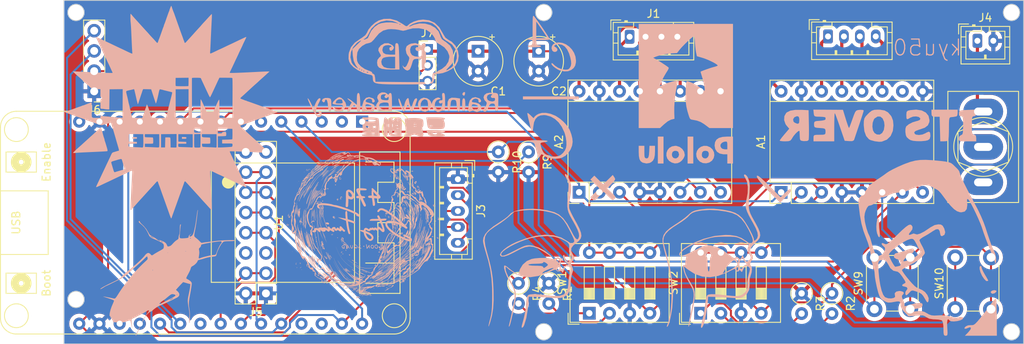
<source format=kicad_pcb>
(kicad_pcb (version 20221018) (generator pcbnew)
  (layers (0 "F.Cu" signal) (31 "B.Cu" signal) (34 "B.Paste" user) (35 "F.Paste" user) (36 "B.SilkS" user "B.Silkscreen") (37 "F.SilkS" user "F.Silkscreen") (38 "B.Mask" user) (39 "F.Mask" user) (44 "Edge.Cuts" user))
  (net 0 "")
  (net 1 "Net-(A1-~{ENABLE})")
  (net 2 "Net-(A1-M0)")
  (net 3 "Net-(A1-M1)")
  (net 4 "GND")
  (net 5 "Net-(A1-DIR)")
  (net 6 "Net-(A1-B1)")
  (net 7 "Net-(A1-B2)")
  (net 8 "Net-(A1-A1)")
  (net 9 "Net-(A1-A2)")
  (net 10 "Net-(A2-DIR)")
  (net 11 "Net-(A2-B1)")
  (net 12 "Net-(A2-B2)")
  (net 13 "Net-(A2-A2)")
  (net 14 "Net-(A1-VMOT)")
  (net 15 "Net-(A2-A1)")
  (net 17 "Net-(J5-Pin_13)")
  (net 19 "Net-(J5-Pin_11)")
  (net 20 "Net-(J5-Pin_10)")
  (net 21 "Net-(A1-~{SLEEP})")
  (net 22 "Net-(J3-Pin_3)")
  (net 23 "Net-(J3-Pin_4)")
  (net 24 "Net-(R3-Pad2)")
  (net 25 "Net-(R4-Pad2)")
  (net 26 "Net-(U1-IO35)")
  (net 27 "Net-(U1-IO34)")
  (net 33 "Net-(A2-STEP)")
  (net 36 "Net-(A1-STEP)")
  (net 40 "Net-(J3-Pin_5)")
  (net 44 "Net-(R1-Pad2)")
  (net 45 "Net-(R2-Pad2)")
  (net 47 "Net-(J5-Pin_7)")
  (net 49 "Net-(J4-Pin_1)")
  (footprint "Connector_JST:JST_PH_B4B-PH-K_1x04_P2.00mm_Vertical" (layer "F.Cu") (at 172.72 55.372)
    (fp_text reference "J1" (at 3 -2.9) (layer "F.SilkS"))
    (fp_text value "STEPPER_L")
    (pad "1" thru_hole roundrect (at 0 0) (size 1.2 1.75) (drill 0.75) (layers "*.Cu" "*.Mask") (roundrect_rratio 0.2083333333) (net 11 "Net-(A2-B1)"))
    (pad "2" thru_hole oval (at 2 0) (size 1.2 1.75) (drill 0.75) (layers "*.Cu" "*.Mask") (net 12 "Net-(A2-B2)"))
    (pad "3" thru_hole oval (at 4 0) (size 1.2 1.75) (drill 0.75) (layers "*.Cu" "*.Mask") (net 13 "Net-(A2-A2)"))
    (pad "4" thru_hole oval (at 6 0) (size 1.2 1.75) (drill 0.75) (layers "*.Cu" "*.Mask") (net 15 "Net-(A2-A1)"))
  )
  (footprint "Capacitor_THT:CP_Radial_Tantal_D6.0mm_P2.50mm" (layer "F.Cu") (at 153.67 57.19 -90)
    (fp_text reference "C1" (at 5.04 -2.54) (layer "F.SilkS"))
    (fp_text value "100uF")
    (pad "1" thru_hole rect (at 0 0 270) (size 1.6 1.6) (drill 0.8) (layers "*.Cu" "*.Mask") (net 14 "Net-(A1-VMOT)"))
    (pad "2" thru_hole circle (at 2.5 0 270) (size 1.6 1.6) (drill 0.8) (layers "*.Cu" "*.Mask") (net 4 "GND"))
  )
  (footprint "Module:Pololu_Breakout-16_15.2x20.3mm" (layer "F.Cu") (at 166.37 74.92 90)
    (fp_text reference "A2" (at 6.35 -2.54 90) (layer "F.SilkS"))
    (fp_text value "Pololu_Breakout_DRV8434")
    (pad "1" thru_hole rect (at 0 0 90) (size 1.6 1.6) (drill 0.8) (layers "*.Cu" "*.Mask") (net 1 "Net-(A1-~{ENABLE})"))
    (pad "2" thru_hole oval (at 0 2.54 90) (size 1.6 1.6) (drill 0.8) (layers "*.Cu" "*.Mask") (net 2 "Net-(A1-M0)"))
    (pad "3" thru_hole oval (at 0 5.08 90) (size 1.6 1.6) (drill 0.8) (layers "*.Cu" "*.Mask") (net 3 "Net-(A1-M1)"))
    (pad "4" thru_hole oval (at 0 7.62 90) (size 1.6 1.6) (drill 0.8) (layers "*.Cu" "*.Mask") (net 4 "GND"))
    (pad "5" thru_hole oval (at 0 10.16 90) (size 1.6 1.6) (drill 0.8) (layers "*.Cu" "*.Mask") (net 4 "GND"))
    (pad "6" thru_hole oval (at 0 12.7 90) (size 1.6 1.6) (drill 0.8) (layers "*.Cu" "*.Mask") (net 21 "Net-(A1-~{SLEEP})"))
    (pad "7" thru_hole oval (at 0 15.24 90) (size 1.6 1.6) (drill 0.8) (layers "*.Cu" "*.Mask") (net 33 "Net-(A2-STEP)"))
    (pad "8" thru_hole oval (at 0 17.78 90) (size 1.6 1.6) (drill 0.8) (layers "*.Cu" "*.Mask") (net 10 "Net-(A2-DIR)"))
    (pad "9" thru_hole oval (at 12.7 17.78 90) (size 1.6 1.6) (drill 0.8) (layers "*.Cu" "*.Mask") (net 4 "GND"))
    (pad "10" thru_hole oval (at 12.7 15.24 90) (size 1.6 1.6) (drill 0.8) (layers "*.Cu" "*.Mask"))
    (pad "11" thru_hole oval (at 12.7 12.7 90) (size 1.6 1.6) (drill 0.8) (layers "*.Cu" "*.Mask") (net 15 "Net-(A2-A1)"))
    (pad "12" thru_hole oval (at 12.7 10.16 90) (size 1.6 1.6) (drill 0.8) (layers "*.Cu" "*.Mask") (net 13 "Net-(A2-A2)"))
    (pad "13" thru_hole oval (at 12.7 7.62 90) (size 1.6 1.6) (drill 0.8) (layers "*.Cu" "*.Mask") (net 12 "Net-(A2-B2)"))
    (pad "14" thru_hole oval (at 12.7 5.08 90) (size 1.6 1.6) (drill 0.8) (layers "*.Cu" "*.Mask") (net 11 "Net-(A2-B1)"))
    (pad "15" thru_hole oval (at 12.7 2.54 90) (size 1.6 1.6) (drill 0.8) (layers "*.Cu" "*.Mask") (net 4 "GND"))
    (pad "16" thru_hole oval (at 12.7 0 90) (size 1.6 1.6) (drill 0.8) (layers "*.Cu" "*.Mask") (net 14 "Net-(A1-VMOT)"))
  )
  (footprint "Resistor_THT:R_Axial_DIN0207_L6.3mm_D2.5mm_P2.54mm_Vertical" (layer "F.Cu") (at 198.1525 87.63 -90)
    (fp_text reference "R2" (at 1.27 -2.37 90) (layer "F.SilkS"))
    (fp_text value "330k")
    (pad "1" thru_hole circle (at 0 0 270) (size 1.6 1.6) (drill 0.8) (layers "*.Cu" "*.Mask") (net 21 "Net-(A1-~{SLEEP})"))
    (pad "2" thru_hole oval (at 2.54 0 270) (size 1.6 1.6) (drill 0.8) (layers "*.Cu" "*.Mask") (net 45 "Net-(R2-Pad2)"))
  )
  (footprint "Resistor_THT:R_Axial_DIN0207_L6.3mm_D2.5mm_P2.54mm_Vertical" (layer "F.Cu") (at 158.75 86.36 -90)
    (fp_text reference "R4" (at 1.27 -2.37 90) (layer "F.SilkS"))
    (fp_text value "330k")
    (pad "1" thru_hole circle (at 0 0 270) (size 1.6 1.6) (drill 0.8) (layers "*.Cu" "*.Mask") (net 21 "Net-(A1-~{SLEEP})"))
    (pad "2" thru_hole oval (at 2.54 0 270) (size 1.6 1.6) (drill 0.8) (layers "*.Cu" "*.Mask") (net 25 "Net-(R4-Pad2)"))
  )
  (footprint "Button_Switch_THT:SW_PUSH_6mm_H5mm" (layer "F.Cu") (at 213.65 89.61 90)
    (fp_text reference "SW10" (at 3.25 -2 90) (layer "F.SilkS"))
    (fp_text value "SW_Push")
    (pad "1" thru_hole circle (at 0 0 180) (size 2 2) (drill 1.1) (layers "*.Cu" "*.Mask") (net 26 "Net-(U1-IO35)"))
    (pad "1" thru_hole circle (at 6.5 0 180) (size 2 2) (drill 1.1) (layers "*.Cu" "*.Mask") (net 26 "Net-(U1-IO35)"))
    (pad "2" thru_hole circle (at 0 4.5 180) (size 2 2) (drill 1.1) (layers "*.Cu" "*.Mask") (net 21 "Net-(A1-~{SLEEP})"))
    (pad "2" thru_hole circle (at 6.5 4.5 180) (size 2 2) (drill 1.1) (layers "*.Cu" "*.Mask") (net 21 "Net-(A1-~{SLEEP})"))
  )
  (footprint "Button_Switch_THT:SW_DIP_SPSTx04_Slide_9.78x12.34mm_W7.62mm_P2.54mm" (layer "F.Cu") (at 181.6525 90.1275 90)
    (fp_text reference "SW2" (at 3.81 -3.42 90) (layer "F.SilkS"))
    (fp_text value "MOTOR_L_1")
    (pad "1" thru_hole rect (at 0 0 90) (size 1.6 1.6) (drill 0.8) (layers "*.Cu" "*.Mask") (net 24 "Net-(R3-Pad2)"))
    (pad "2" thru_hole oval (at 0 2.54 90) (size 1.6 1.6) (drill 0.8) (layers "*.Cu" "*.Mask") (net 45 "Net-(R2-Pad2)"))
    (pad "3" thru_hole oval (at 0 5.08 90) (size 1.6 1.6) (drill 0.8) (layers "*.Cu" "*.Mask") (net 4 "GND"))
    (pad "4" thru_hole oval (at 0 7.62 90) (size 1.6 1.6) (drill 0.8) (layers "*.Cu" "*.Mask") (net 21 "Net-(A1-~{SLEEP})"))
    (pad "5" thru_hole oval (at 7.62 7.62 90) (size 1.6 1.6) (drill 0.8) (layers "*.Cu" "*.Mask") (net 3 "Net-(A1-M1)"))
    (pad "6" thru_hole oval (at 7.62 5.08 90) (size 1.6 1.6) (drill 0.8) (layers "*.Cu" "*.Mask") (net 3 "Net-(A1-M1)"))
    (pad "7" thru_hole oval (at 7.62 2.54 90) (size 1.6 1.6) (drill 0.8) (layers "*.Cu" "*.Mask") (net 3 "Net-(A1-M1)"))
    (pad "8" thru_hole oval (at 7.62 0 90) (size 1.6 1.6) (drill 0.8) (layers "*.Cu" "*.Mask") (net 3 "Net-(A1-M1)"))
  )
  (footprint "Button_Switch_THT:SW_DIP_SPSTx04_Slide_9.78x12.34mm_W7.62mm_P2.54mm" (layer "F.Cu") (at 167.65 90.1275 90)
    (fp_text reference "SW1" (at 3.81 -3.42 90) (layer "F.SilkS"))
    (fp_text value "MOTOR_L_0")
    (pad "1" thru_hole rect (at 0 0 90) (size 1.6 1.6) (drill 0.8) (layers "*.Cu" "*.Mask") (net 44 "Net-(R1-Pad2)"))
    (pad "2" thru_hole oval (at 0 2.54 90) (size 1.6 1.6) (drill 0.8) (layers "*.Cu" "*.Mask") (net 25 "Net-(R4-Pad2)"))
    (pad "3" thru_hole oval (at 0 5.08 90) (size 1.6 1.6) (drill 0.8) (layers "*.Cu" "*.Mask") (net 4 "GND"))
    (pad "4" thru_hole oval (at 0 7.62 90) (size 1.6 1.6) (drill 0.8) (layers "*.Cu" "*.Mask") (net 21 "Net-(A1-~{SLEEP})"))
    (pad "5" thru_hole oval (at 7.62 7.62 90) (size 1.6 1.6) (drill 0.8) (layers "*.Cu" "*.Mask") (net 2 "Net-(A1-M0)"))
    (pad "6" thru_hole oval (at 7.62 5.08 90) (size 1.6 1.6) (drill 0.8) (layers "*.Cu" "*.Mask") (net 2 "Net-(A1-M0)"))
    (pad "7" thru_hole oval (at 7.62 2.54 90) (size 1.6 1.6) (drill 0.8) (layers "*.Cu" "*.Mask") (net 2 "Net-(A1-M0)"))
    (pad "8" thru_hole oval (at 7.62 0 90) (size 1.6 1.6) (drill 0.8) (layers "*.Cu" "*.Mask") (net 2 "Net-(A1-M0)"))
  )
  (footprint "Connector_JST:JST_PH_B5B-PH-K_1x05_P2.00mm_Vertical" (layer "F.Cu") (at 151.13 73.28 -90)
    (fp_text reference "J3" (at 4 -2.9 90) (layer "F.SilkS"))
    (fp_text value "BMI160 Module")
    (pad "1" thru_hole roundrect (at 0 0 270) (size 1.2 1.75) (drill 0.75) (layers "*.Cu" "*.Mask") (roundrect_rratio 0.2083333333) (net 4 "GND"))
    (pad "2" thru_hole oval (at 2 0 270) (size 1.2 1.75) (drill 0.75) (layers "*.Cu" "*.Mask") (net 21 "Net-(A1-~{SLEEP})"))
    (pad "3" thru_hole oval (at 4 0 270) (size 1.2 1.75) (drill 0.75) (layers "*.Cu" "*.Mask") (net 22 "Net-(J3-Pin_3)"))
    (pad "4" thru_hole oval (at 6 0 270) (size 1.2 1.75) (drill 0.75) (layers "*.Cu" "*.Mask") (net 23 "Net-(J3-Pin_4)"))
    (pad "5" thru_hole oval (at 8 0 270) (size 1.2 1.75) (drill 0.75) (layers "*.Cu" "*.Mask") (net 40 "Net-(J3-Pin_5)"))
  )
  (footprint "Button_Switch_THT:SW_PUSH_6mm_H5mm" (layer "F.Cu") (at 203.49 89.61 90)
    (fp_text reference "SW9" (at 3.25 -2 90) (layer "F.SilkS"))
    (fp_text value "SW_Push")
    (pad "1" thru_hole circle (at 0 0 180) (size 2 2) (drill 1.1) (layers "*.Cu" "*.Mask") (net 27 "Net-(U1-IO34)"))
    (pad "1" thru_hole circle (at 6.5 0 180) (size 2 2) (drill 1.1) (layers "*.Cu" "*.Mask") (net 27 "Net-(U1-IO34)"))
    (pad "2" thru_hole circle (at 0 4.5 180) (size 2 2) (drill 1.1) (layers "*.Cu" "*.Mask") (net 21 "Net-(A1-~{SLEEP})"))
    (pad "2" thru_hole circle (at 6.5 4.5 180) (size 2 2) (drill 1.1) (layers "*.Cu" "*.Mask") (net 21 "Net-(A1-~{SLEEP})"))
  )
  (footprint "boards:esp32_devkit_v1_doit" (layer "F.Cu") (at 139.09 78.74 -90)
    (fp_text reference "U1" (at 0 10.47 90) (layer "F.SilkS"))
    (fp_text value "ESP32_DevKit_V1_DOIT")
    (fp_text user "Boot" (at 7.62 39.68 90) (layer "F.SilkS"))
    (fp_text user "USB" (at 0 43.49 90) (layer "F.SilkS"))
    (fp_text user "Enable" (at -7.62 39.68 90) (layer "F.SilkS"))
    (pad "1" thru_hole rect (at -12.7 0 270) (size 1.524 1.524) (drill 0.762) (layers "*.Cu" "*.Mask"))
    (pad "2" thru_hole circle (at -12.7 2.54 270) (size 1.524 1.524) (drill 0.762) (layers "*.Cu" "*.Mask"))
    (pad "3" thru_hole circle (at -12.7 5.08 270) (size 1.524 1.524) (drill 0.762) (layers "*.Cu" "*.Mask"))
    (pad "4" thru_hole circle (at -12.7 7.62 270) (size 1.524 1.524) (drill 0.762) (layers "*.Cu" "*.Mask") (net 27 "Net-(U1-IO34)"))
    (pad "5" thru_hole circle (at -12.7 10.16 270) (size 1.524 1.524) (drill 0.762) (layers "*.Cu" "*.Mask") (net 26 "Net-(U1-IO35)"))
    (pad "6" thru_hole circle (at -12.7 12.7 270) (size 1.524 1.524) (drill 0.762) (layers "*.Cu" "*.Mask"))
    (pad "7" thru_hole circle (at -12.7 15.24 270) (size 1.524 1.524) (drill 0.762) (layers "*.Cu" "*.Mask"))
    (pad "8" thru_hole circle (at -12.7 17.78 270) (size 1.524 1.524) (drill 0.762) (layers "*.Cu" "*.Mask") (net 10 "Net-(A2-DIR)"))
    (pad "9" thru_hole circle (at -12.7 20.32 270) (size 1.524 1.524) (drill 0.762) (layers "*.Cu" "*.Mask") (net 33 "Net-(A2-STEP)"))
    (pad "10" thru_hole circle (at -12.7 22.86 270) (size 1.524 1.524) (drill 0.762) (layers "*.Cu" "*.Mask") (net 5 "Net-(A1-DIR)"))
    (pad "11" thru_hole circle (at -12.7 25.4 270) (size 1.524 1.524) (drill 0.762) (layers "*.Cu" "*.Mask"))
    (pad "12" thru_hole circle (at -12.7 27.94 270) (size 1.524 1.524) (drill 0.762) (layers "*.Cu" "*.Mask"))
    (pad "13" thru_hole circle (at -12.7 30.48 270) (size 1.524 1.524) (drill 0.762) (layers "*.Cu" "*.Mask") (net 36 "Net-(A1-STEP)"))
    (pad "14" thru_hole circle (at -12.7 33.02 270) (size 1.524 1.524) (drill 0.762) (layers "*.Cu" "*.Mask") (net 4 "GND"))
    (pad "15" thru_hole circle (at -12.7 35.56 270) (size 1.524 1.524) (drill 0.762) (layers "*.Cu" "*.Mask"))
    (pad "16" thru_hole circle (at 12.7 35.56 270) (size 1.524 1.524) (drill 0.762) (layers "*.Cu" "*.Mask") (net 21 "Net-(A1-~{SLEEP})"))
    (pad "17" thru_hole circle (at 12.7 33.02 270) (size 1.524 1.524) (drill 0.762) (layers "*.Cu" "*.Mask") (net 4 "GND"))
    (pad "18" thru_hole circle (at 12.7 30.48 270) (size 1.524 1.524) (drill 0.762) (layers "*.Cu" "*.Mask"))
    (pad "19" thru_hole circle (at 12.7 27.94 270) (size 1.524 1.524) (drill 0.762) (layers "*.Cu" "*.Mask"))
    (pad "20" thru_hole circle (at 12.7 25.4 270) (size 1.524 1.524) (drill 0.762) (layers "*.Cu" "*.Mask") (net 40 "Net-(J3-Pin_5)"))
    (pad "21" thru_hole circle (at 12.7 22.86 270) (size 1.524 1.524) (drill 0.762) (layers "*.Cu" "*.Mask") (net 1 "Net-(A1-~{ENABLE})"))
    (pad "22" thru_hole circle (at 12.7 20.32 270) (size 1.524 1.524) (drill 0.762) (layers "*.Cu" "*.Mask"))
    (pad "23" thru_hole circle (at 12.7 17.78 270) (size 1.524 1.524) (drill 0.762) (layers "*.Cu" "*.Mask") (net 47 "Net-(J5-Pin_7)"))
    (pad "24" thru_hole circle (at 12.7 15.24 270) (size 1.524 1.524) (drill 0.762) (layers "*.Cu" "*.Mask") (net 19 "Net-(J5-Pin_11)"))
    (pad "25" thru_hole circle (at 12.7 12.7 270) (size 1.524 1.524) (drill 0.762) (layers "*.Cu" "*.Mask") (net 17 "Net-(J5-Pin_13)"))
    (pad "26" thru_hole circle (at 12.7 10.16 270) (size 1.524 1.524) (drill 0.762) (layers "*.Cu" "*.Mask") (net 22 "Net-(J3-Pin_3)"))
    (pad "27" thru_hole circle (at 12.7 7.62 270) (size 1.524 1.524) (drill 0.762) (layers "*.Cu" "*.Mask"))
    (pad "28" thru_hole circle (at 12.7 5.08 270) (size 1.524 1.524) (drill 0.762) (layers "*.Cu" "*.Mask"))
    (pad "29" thru_hole circle (at 12.7 2.54 270) (size 1.524 1.524) (drill 0.762) (layers "*.Cu" "*.Mask") (net 23 "Net-(J3-Pin_4)"))
    (pad "30" thru_hole circle (at 12.7 0 270) (size 1.524 1.524) (drill 0.762) (layers "*.Cu" "*.Mask") (net 20 "Net-(J5-Pin_10)"))
  )
  (footprint "Connector_JST:JST_PH_B4B-PH-K_1x04_P2.00mm_Vertical" (layer "F.Cu") (at 197.66 55.33)
    (fp_text reference "J2" hide)
    (fp_text value "STEPPER_R")
    (pad "1" thru_hole roundrect (at 0 0) (size 1.2 1.75) (drill 0.75) (layers "*.Cu" "*.Mask") (roundrect_rratio 0.2083333333) (net 6 "Net-(A1-B1)"))
    (pad "2" thru_hole oval (at 2 0) (size 1.2 1.75) (drill 0.75) (layers "*.Cu" "*.Mask") (net 7 "Net-(A1-B2)"))
    (pad "3" thru_hole oval (at 4 0) (size 1.2 1.75) (drill 0.75) (layers "*.Cu" "*.Mask") (net 9 "Net-(A1-A2)"))
    (pad "4" thru_hole oval (at 6 0) (size 1.2 1.75) (drill 0.75) (layers "*.Cu" "*.Mask") (net 8 "Net-(A1-A1)"))
  )
  (footprint "Capacitor_THT:CP_Radial_Tantal_D6.0mm_P2.50mm" (layer "F.Cu") (at 161.29 57.19 -90)
    (fp_text reference "C2" (at 5.04 -2.54) (layer "F.SilkS"))
    (fp_text value "100uF")
    (pad "1" thru_hole rect (at 0 0 270) (size 1.6 1.6) (drill 0.8) (layers "*.Cu" "*.Mask") (net 14 "Net-(A1-VMOT)"))
    (pad "2" thru_hole circle (at 2.5 0 270) (size 1.6 1.6) (drill 0.8) (layers "*.Cu" "*.Mask") (net 4 "GND"))
  )
  (footprint "Connector_PinHeader_2.00mm:PinHeader_1x03_P2.00mm_Vertical" (layer "F.Cu") (at 147.32 56.96)
    (fp_text reference "J7" (at 0 -2.06) (layer "F.SilkS"))
    (fp_text value "VREG")
    (pad "1" thru_hole rect (at 0 0) (size 1.35 1.35) (drill 0.8) (layers "*.Cu" "*.Mask") (net 14 "Net-(A1-VMOT)"))
    (pad "2" thru_hole oval (at 0 2) (size 1.35 1.35) (drill 0.8) (layers "*.Cu" "*.Mask") (net 21 "Net-(A1-~{SLEEP})"))
    (pad "3" thru_hole oval (at 0 4) (size 1.35 1.35) (drill 0.8) (layers "*.Cu" "*.Mask") (net 4 "GND"))
  )
  (footprint "Connector_PinHeader_2.54mm:PinHeader_1x04_P2.54mm_Vertical" (layer "F.Cu") (at 105.41 62.23 180)
    (fp_text reference "J6" (at 0 -2.33) (layer "F.SilkS"))
    (fp_text value "SDD1306")
    (pad "1" thru_hole rect (at 0 0 180) (size 1.7 1.7) (drill 1) (layers "*.Cu" "*.Mask") (net 4 "GND"))
    (pad "2" thru_hole oval (at 0 2.54 180) (size 1.7 1.7) (drill 1) (layers "*.Cu" "*.Mask") (net 21 "Net-(A1-~{SLEEP})"))
    (pad "3" thru_hole oval (at 0 5.08 180) (size 1.7 1.7) (drill 1) (layers "*.Cu" "*.Mask") (net 22 "Net-(J3-Pin_3)"))
    (pad "4" thru_hole oval (at 0 7.62 180) (size 1.7 1.7) (drill 1) (layers "*.Cu" "*.Mask") (net 23 "Net-(J3-Pin_4)"))
  )
  (footprint "Connector_JST:JST_PH_B2B-PH-K_1x02_P2.00mm_Vertical" (layer "F.Cu") (at 216.44 55.88)
    (fp_text reference "J4" (at 1 -2.9) (layer "F.SilkS"))
    (fp_text value "POWER")
    (pad "1" thru_hole roundrect (at 0 0) (size 1.2 1.75) (drill 0.75) (layers "*.Cu" "*.Mask") (roundrect_rratio 0.2083333333) (net 49 "Net-(J4-Pin_1)"))
    (pad "2" thru_hole oval (at 2 0) (size 1.2 1.75) (drill 0.75) (layers "*.Cu" "*.Mask") (net 4 "GND"))
  )
  (footprint "Connector_PinHeader_2.54mm:PinHeader_2x08_P2.54mm_Vertical" (layer "F.Cu") (at 127 87.63 180)
    (fp_text reference "J5" (at 1.27 -2.33) (layer "F.SilkS"))
    (fp_text value "Conn_02x08_Odd_Even")
    (pad "1" thru_hole rect (at 0 0 180) (size 1.7 1.7) (drill 1) (layers "*.Cu" "*.Mask") (net 4 "GND"))
    (pad "2" thru_hole oval (at 2.54 0 180) (size 1.7 1.7) (drill 1) (layers "*.Cu" "*.Mask") (net 4 "GND"))
    (pad "3" thru_hole oval (at 0 2.54 180) (size 1.7 1.7) (drill 1) (layers "*.Cu" "*.Mask") (net 21 "Net-(A1-~{SLEEP})"))
    (pad "4" thru_hole oval (at 2.54 2.54 180) (size 1.7 1.7) (drill 1) (layers "*.Cu" "*.Mask") (net 21 "Net-(A1-~{SLEEP})"))
    (pad "5" thru_hole oval (at 0 5.08 180) (size 1.7 1.7) (drill 1) (layers "*.Cu" "*.Mask"))
    (pad "6" thru_hole oval (at 2.54 5.08 180) (size 1.7 1.7) (drill 1) (layers "*.Cu" "*.Mask"))
    (pad "7" thru_hole oval (at 0 7.62 180) (size 1.7 1.7) (drill 1) (layers "*.Cu" "*.Mask") (net 47 "Net-(J5-Pin_7)"))
    (pad "8" thru_hole oval (at 2.54 7.62 180) (size 1.7 1.7) (drill 1) (layers "*.Cu" "*.Mask") (net 47 "Net-(J5-Pin_7)"))
    (pad "9" thru_hole oval (at 0 10.16 180) (size 1.7 1.7) (drill 1) (layers "*.Cu" "*.Mask") (net 20 "Net-(J5-Pin_10)"))
    (pad "10" thru_hole oval (at 2.54 10.16 180) (size 1.7 1.7) (drill 1) (layers "*.Cu" "*.Mask") (net 20 "Net-(J5-Pin_10)"))
    (pad "11" thru_hole oval (at 0 12.7 180) (size 1.7 1.7) (drill 1) (layers "*.Cu" "*.Mask") (net 19 "Net-(J5-Pin_11)"))
    (pad "12" thru_hole oval (at 2.54 12.7 180) (size 1.7 1.7) (drill 1) (layers "*.Cu" "*.Mask") (net 19 "Net-(J5-Pin_11)"))
    (pad "13" thru_hole oval (at 0 15.24 180) (size 1.7 1.7) (drill 1) (layers "*.Cu" "*.Mask") (net 17 "Net-(J5-Pin_13)"))
    (pad "14" thru_hole oval (at 2.54 15.24 180) (size 1.7 1.7) (drill 1) (layers "*.Cu" "*.Mask") (net 17 "Net-(J5-Pin_13)"))
    (pad "15" thru_hole oval (at 0 17.78 180) (size 1.7 1.7) (drill 1) (layers "*.Cu" "*.Mask"))
    (pad "16" thru_hole oval (at 2.54 17.78 180) (size 1.7 1.7) (drill 1) (layers "*.Cu" "*.Mask") (net 4 "GND"))
  )
  (footprint "Resistor_THT:R_Axial_DIN0207_L6.3mm_D2.5mm_P2.54mm_Vertical" (layer "F.Cu") (at 162.56 86.36 -90)
    (fp_text reference "R1" (at 1.27 -2.37 90) (layer "F.SilkS"))
    (fp_text value "330k")
    (pad "1" thru_hole circle (at 0 0 270) (size 1.6 1.6) (drill 0.8) (layers "*.Cu" "*.Mask") (net 4 "GND"))
    (pad "2" thru_hole oval (at 2.54 0 270) (size 1.6 1.6) (drill 0.8) (layers "*.Cu" "*.Mask") (net 44 "Net-(R1-Pad2)"))
  )
  (footprint "Resistor_THT:R_Axial_DIN0207_L6.3mm_D2.5mm_P2.54mm_Vertical" (layer "F.Cu") (at 194.3425 87.63 -90)
    (fp_text reference "R3" (at 1.27 -2.37 90) (layer "F.SilkS"))
    (fp_text value "330k")
    (pad "1" thru_hole circle (at 0 0 270) (size 1.6 1.6) (drill 0.8) (layers "*.Cu" "*.Mask") (net 4 "GND"))
    (pad "2" thru_hole oval (at 2.54 0 270) (size 1.6 1.6) (drill 0.8) (layers "*.Cu" "*.Mask") (net 24 "Net-(R3-Pad2)"))
  )
  (footprint "Resistor_THT:R_Axial_DIN0207_L6.3mm_D2.5mm_P2.54mm_Vertical" (layer "F.Cu") (at 160.02 69.85 -90)
    (fp_text reference "R9" (at 1.27 -2.37 90) (layer "F.SilkS"))
    (fp_text value "330k")
    (pad "1" thru_hole circle (at 0 0 270) (size 1.6 1.6) (drill 0.8) (layers "*.Cu" "*.Mask") (net 26 "Net-(U1-IO35)"))
    (pad "2" thru_hole oval (at 2.54 0 270) (size 1.6 1.6) (drill 0.8) (layers "*.Cu" "*.Mask") (net 4 "GND"))
  )
  (footprint "boards:SW_Toggle_Blue_wSlots" (layer "F.Cu") (at 217.17 69.22 90)
    (fp_text reference "SW3" hide)
    (fp_text value "SW_SPDT")
    (pad "1" thru_hole oval (at -4.45 0 90) (size 3.2 5) (drill oval 1 2.3) (layers "*.Cu"))
    (pad "2" thru_hole oval (at 0 0 90) (size 3.2 5) (drill oval 1 2.3) (layers "*.Cu") (net 14 "Net-(A1-VMOT)"))
    (pad "3" thru_hole oval (at 4.45 0 90) (size 3.2 5) (drill oval 1 2.3) (layers "*.Cu") (net 49 "Net-(J4-Pin_1)"))
  )
  (footprint "Module:Pololu_Breakout-16_15.2x20.3mm" (layer "F.Cu") (at 191.77 74.93 90)
    (fp_text reference "A1" (at 6.35 -2.54 90) (layer "F.SilkS"))
    (fp_text value "Pololu_Breakout_DRV8434")
    (pad "1" thru_hole rect (at 0 0 90) (size 1.6 1.6) (drill 0.8) (layers "*.Cu" "*.Mask") (net 1 "Net-(A1-~{ENABLE})"))
    (pad "2" thru_hole oval (at 0 2.54 90) (size 1.6 1.6) (drill 0.8) (layers "*.Cu" "*.Mask") (net 2 "Net-(A1-M0)"))
    (pad "3" thru_hole oval (at 0 5.08 90) (size 1.6 1.6) (drill 0.8) (layers "*.Cu" "*.Mask") (net 3 "Net-(A1-M1)"))
    (pad "4" thru_hole oval (at 0 7.62 90) (size 1.6 1.6) (drill 0.8) (layers "*.Cu" "*.Mask") (net 4 "GND"))
    (pad "5" thru_hole oval (at 0 10.16 90) (size 1.6 1.6) (drill 0.8) (layers "*.Cu" "*.Mask") (net 4 "GND"))
    (pad "6" thru_hole oval (at 0 12.7 90) (size 1.6 1.6) (drill 0.8) (layers "*.Cu" "*.Mask") (net 21 "Net-(A1-~{SLEEP})"))
    (pad "7" thru_hole oval (at 0 15.24 90) (size 1.6 1.6) (drill 0.8) (layers "*.Cu" "*.Mask") (net 36 "Net-(A1-STEP)"))
    (pad "8" thru_hole oval (at 0 17.78 90) (size 1.6 1.6) (drill 0.8) (layers "*.Cu" "*.Mask") (net 5 "Net-(A1-DIR)"))
    (pad "9" thru_hole oval (at 12.7 17.78 90) (size 1.6 1.6) (drill 0.8) (layers "*.Cu" "*.Mask") (net 4 "GND"))
    (pad "10" thru_hole oval (at 12.7 15.24 90) (size 1.6 1.6) (drill 0.8) (layers "*.Cu" "*.Mask"))
    (pad "11" thru_hole oval (at 12.7 12.7 90) (size 1.6 1.6) (drill 0.8) (layers "*.Cu" "*.Mask") (net 8 "Net-(A1-A1)"))
    (pad "12" thru_hole oval (at 12.7 10.16 90) (size 1.6 1.6) (drill 0.8) (layers "*.Cu" "*.Mask") (net 9 "Net-(A1-A2)"))
    (pad "13" thru_hole oval (at 12.7 7.62 90) (size 1.6 1.6) (drill 0.8) (layers "*.Cu" "*.Mask") (net 7 "Net-(A1-B2)"))
    (pad "14" thru_hole oval (at 12.7 5.08 90) (size 1.6 1.6) (drill 0.8) (layers "*.Cu" "*.Mask") (net 6 "Net-(A1-B1)"))
    (pad "15" thru_hole oval (at 12.7 2.54 90) (size 1.6 1.6) (drill 0.8) (layers "*.Cu" "*.Mask") (net 4 "GND"))
    (pad "16" thru_hole oval (at 12.7 0 90) (size 1.6 1.6) (drill 0.8) (layers "*.Cu" "*.Mask") (net 14 "Net-(A1-VMOT)"))
  )
  (footprint "Resistor_THT:R_Axial_DIN0207_L6.3mm_D2.5mm_P2.54mm_Vertical" (layer "F.Cu") (at 156.21 69.85 -90)
    (fp_text reference "R10" (at 1.27 -2.37 90) (layer "F.SilkS"))
    (fp_text value "330k")
    (pad "1" thru_hole circle (at 0 0 270) (size 1.6 1.6) (drill 0.8) (layers "*.Cu" "*.Mask") (net 27 "Net-(U1-IO34)"))
    (pad "2" thru_hole oval (at 2.54 0 270) (size 1.6 1.6) (drill 0.8) (layers "*.Cu" "*.Mask") (net 4 "GND"))
  )
  (footprint "LOGO" (layer "B.Cu") (at 114.554 84.582 180)
    (fp_text reference "G***" (at 0 0) (layer "B.SilkS") (effects (font (size 1.5 1.5) (thickness 0.3)) (justify mirror)))
    (fp_text value "LOGO" hide)
  )
  (footprint "LOGO" (layer "B.Cu") (at 179.832 62.484 180)
    (fp_text reference "" (at 0 0) (layer "B.SilkS") (effects (font (size 1.5 1.5) (thickness 0.3)) (justify mirror)))
    (fp_text value "LOGO" hide)
  )
  (footprint "LOGO" (layer "B.Cu") (at 115.57 64.262 180)
    (fp_text reference "" (at 0 0) (layer "B.SilkS") (effects (font (size 1.5 1.5) (thickness 0.3)) (justify mirror)))
    (fp_text value "LOGO" hide)
  )
  (footprint "LOGO" (layer "B.Cu") (at 139.09 78.74 180)
    (fp_text reference "" (at 0 0) (layer "B.SilkS") (effects (font (size 1.5 1.5) (thickness 0.3)) (justify mirror)))
    (fp_text value "LOGO" hide)
  )
  (footprint "LOGO" (layer "B.Cu") (at 173.736 82.296 180)
    (fp_text reference "" (at 0 0) (layer "B.SilkS") (effects (font (size 1.5 1.5) (thickness 0.3)) (justify mirror)))
    (fp_text value "LOGO" hide)
  )
  (footprint "LOGO" (layer "B.Cu") (at 162.814 61.722 180)
    (fp_text reference "" (at 0 0) (layer "B.SilkS") (effects (font (size 1.5 1.5) (thickness 0.3)) (justify mirror)))
    (fp_text value "LOGO" hide)
  )
  (footprint "LOGO" (layer "B.Cu") (at 143.51 60.96 180)
    (fp_text reference "" (at 0 0) (layer "B.SilkS") (effects (font (size 1.5 1.5) (thickness 0.3)) (justify mirror)))
    (fp_text value "LOGO" hide)
  )
  (footprint "LOGO" (layer "B.Cu") (at 203.935761 77.304154 180)
    (fp_text reference "" (at 0 0) (layer "B.SilkS") (effects (font (size 1.5 1.5) (thickness 0.3)) (justify mirror)))
    (fp_text value "LOGO" hide)
  )
  (gr_rect (start 101.6 50.8) (end 222.25 93.98) (stroke (width 0.1)) (fill none) (layer "Edge.Cuts"))
  (gr_circle (center 220.726 92.456) (end 221.234 93.345) (stroke (width 0.1)) (fill none) (layer "Edge.Cuts"))
  (gr_circle (center 161.925 52.324) (end 162.433 53.213) (stroke (width 0.1)) (fill none) (layer "Edge.Cuts"))
  (gr_circle (center 220.726 52.316094) (end 221.234 53.205094) (stroke (width 0.1)) (fill none) (layer "Edge.Cuts"))
  (gr_circle (center 103.124 88.392) (end 103.632 89.281) (stroke (width 0.1)) (fill none) (layer "Edge.Cuts"))
  (gr_circle (center 161.925 92.456) (end 162.433 93.345) (stroke (width 0.1)) (fill none) (layer "Edge.Cuts"))
  (gr_circle (center 103.124 52.316094) (end 103.632 53.205094) (stroke (width 0.1)) (fill none) (layer "Edge.Cuts"))
  (gr_text "kyu50" (at 214.63 57.912) (layer "B.SilkS") (effects (font (size 2 2)) (justify left bottom mirror)))
  (segment (start 166.37 73.87) (end 166.37 74.92) (width 0.25) (layer "B.Cu") (net 1))
  (segment (start 110.516749 64.77) (end 157.27 64.77) (width 0.25) (layer "B.Cu") (net 1))
  (segment (start 109.697 65.589749) (end 110.516749 64.77) (width 0.25) (layer "B.Cu") (net 1))
  (segment (start 116.23 91.44) (end 109.697 84.907) (width 0.25) (layer "B.Cu") (net 1))
  (segment (start 157.27 64.77) (end 166.37 73.87) (width 0.25) (layer "B.Cu") (net 1))
  (segment (start 109.697 84.907) (end 109.697 65.589749) (width 0.25) (layer "B.Cu") (net 1))
  (segment (start 166.37 74.92) (end 167.495 76.045) (width 0.25) (layer "B.Cu") (net 1))
  (segment (start 167.495 76.045) (end 190.655 76.045) (width 0.25) (layer "B.Cu") (net 1))
  (segment (start 190.655 76.045) (end 191.77 74.93) (width 0.25) (layer "B.Cu") (net 1))
  (segment (start 167.65 82.5075) (end 175.27 82.5075) (width 0.25) (layer "F.Cu") (net 2))
  (segment (start 176.395 81.3825) (end 187.8575 81.3825) (width 0.25) (layer "F.Cu") (net 2))
  (segment (start 167.65 76.18) (end 168.91 74.92) (width 0.25) (layer "F.Cu") (net 2))
  (segment (start 167.65 82.5075) (end 167.65 76.18) (width 0.25) (layer "F.Cu") (net 2))
  (segment (start 175.27 82.5075) (end 176.395 81.3825) (width 0.25) (layer "F.Cu") (net 2))
  (segment (start 187.8575 81.3825) (end 194.31 74.93) (width 0.25) (layer "F.Cu") (net 2))
  (segment (start 171.45 74.92) (end 175.27 78.74) (width 0.25) (layer "F.Cu") (net 3))
  (segment (start 189.2725 82.5075) (end 196.85 74.93) (width 0.25) (layer "F.Cu") (net 3))
  (segment (start 195.725 73.805) (end 196.85 74.93) (width 0.25) (layer "F.Cu") (net 3))
  (segment (start 181.6525 82.5075) (end 189.2725 82.5075) (width 0.25) (layer "F.Cu") (net 3))
  (segment (start 185.71 78.74) (end 190.645 73.805) (width 0.25) (layer "F.Cu") (net 3))
  (segment (start 175.27 78.74) (end 185.71 78.74) (width 0.25) (layer "F.Cu") (net 3))
  (segment (start 190.645 73.805) (end 195.725 73.805) (width 0.25) (layer "F.Cu") (net 3))
  (segment (start 209.55 74.93) (end 198.998299 64.378299) (width 0.25) (layer "F.Cu") (net 5))
  (segment (start 117.891701 64.378299) (end 116.23 66.04) (width 0.25) (layer "F.Cu") (net 5))
  (segment (start 198.998299 64.378299) (end 117.891701 64.378299) (width 0.25) (layer "F.Cu") (net 5))
  (segment (start 196.85 56.14) (end 197.66 55.33) (width 0.4) (layer "F.Cu") (net 6))
  (segment (start 196.85 62.23) (end 196.85 56.14) (width 0.4) (layer "F.Cu") (net 6))
  (segment (start 199.39 62.23) (end 199.39 55.6) (width 0.4) (layer "F.Cu") (net 7))
  (segment (start 199.39 55.6) (end 199.66 55.33) (width 0.4) (layer "F.Cu") (net 7))
  (segment (start 204.47 56.14) (end 203.66 55.33) (width 0.4) (layer "F.Cu") (net 8))
  (segment (start 204.47 62.23) (end 204.47 56.14) (width 0.4) (layer "F.Cu") (net 8))
  (segment (start 201.93 62.23) (end 201.93 55.6) (width 0.4) (layer "F.Cu") (net 9))
  (segment (start 201.93 55.6) (end 201.66 55.33) (width 0.4) (layer "F.Cu") (net 9))
  (segment (start 184.15 74.92) (end 174.183 64.953) (width 0.25) (layer "F.Cu") (net 10))
  (segment (start 122.397 64.953) (end 121.31 66.04) (width 0.25) (layer "F.Cu") (net 10))
  (segment (start 174.183 64.953) (end 122.397 64.953) (width 0.25) (layer "F.Cu") (net 10))
  (segment (start 171.45 62.22) (end 171.45 56.642) (width 0.4) (layer "F.Cu") (net 11))
  (segment (start 171.45 56.642) (end 172.72 55.372) (width 0.4) (layer "F.Cu") (net 11))
  (segment (start 173.99 62.22) (end 173.99 56.102) (width 0.4) (layer "F.Cu") (net 12))
  (segment (start 173.99 56.102) (end 174.72 55.372) (width 0.4) (layer "F.Cu") (net 12))
  (segment (start 176.53 62.22) (end 176.53 55.562) (width 0.4) (layer "F.Cu") (net 13))
  (segment (start 176.53 55.562) (end 176.72 55.372) (width 0.4) (layer "F.Cu") (net 13))
  (segment (start 163.739166 57.19) (end 166.37 59.820834) (width 0.25) (layer "F.Cu") (net 14))
  (segment (start 147.55 57.19) (end 147.32 56.96) (width 0.4) (layer "F.Cu") (net 14))
  (segment (start 184.394 53.34) (end 183.637 54.097) (width 0.4) (layer "F.Cu") (net 14))
  (segment (start 212.09 60.96) (end 204.47 53.34) (width 0.4) (layer "F.Cu") (net 14))
  (segment (start 204.47 53.34) (end 184.394 53.34) (width 0.4) (layer "F.Cu") (net 14))
  (segment (start 161.29 57.19) (end 163.739166 57.19) (width 0.25) (layer "F.Cu") (net 14))
  (segment (start 212.09 64.14) (end 212.09 60.96) (width 0.4) (layer "F.Cu") (net 14))
  (segment (start 153.67 57.19) (end 161.29 57.19) (width 0.4) (layer "F.Cu") (net 14))
  (segment (start 172.093834 54.097) (end 166.37 59.820834) (width 0.4) (layer "F.Cu") (net 14))
  (segment (start 166.37 59.820834) (end 166.37 62.22) (width 0.4) (layer "F.Cu") (net 14))
  (segment (start 183.637 54.097) (end 172.093834 54.097) (width 0.4) (layer "F.Cu") (net 14))
  (segment (start 153.67 57.19) (end 147.55 57.19) (width 0.4) (layer "F.Cu") (net 14))
  (segment (start 191.77 62.23) (end 183.637 54.097) (width 0.4) (layer "F.Cu") (net 14))
  (segment (start 217.17 69.22) (end 212.09 64.14) (width 0.4) (layer "F.Cu") (net 14))
  (segment (start 179.07 62.22) (end 179.07 55.722) (width 0.4) (layer "F.Cu") (net 15))
  (segment (start 179.07 55.722) (end 178.72 55.372) (width 0.4) (layer "F.Cu") (net 15))
  (segment (start 124.46 72.39) (end 127 72.39) (width 0.25) (layer "F.Cu") (net 17))
  (segment (start 125.825 90.875) (end 126.39 91.44) (width 0.25) (layer "B.Cu") (net 17))
  (segment (start 127 72.39) (end 125.825 73.565) (width 0.25) (layer "B.Cu") (net 17))
  (segment (start 125.825 73.565) (end 125.825 90.875) (width 0.25) (layer "B.Cu") (net 17))
  (segment (start 124.46 74.93) (end 127 74.93) (width 0.25) (layer "F.Cu") (net 19))
  (segment (start 128.625 76.555) (end 128.625 88.545) (width 0.25) (layer "F.Cu") (net 19))
  (segment (start 126.817 90.353) (end 124.937 90.353) (width 0.25) (layer "F.Cu") (net 19))
  (segment (start 128.625 88.545) (end 126.817 90.353) (width 0.25) (layer "F.Cu") (net 19))
  (segment (start 127 74.93) (end 128.625 76.555) (width 0.25) (layer "F.Cu") (net 19))
  (segment (start 124.937 90.353) (end 123.85 91.44) (width 0.25) (layer "F.Cu") (net 19))
  (segment (start 127 77.47) (end 124.46 77.47) (width 0.25) (layer "F.Cu") (net 20))
  (segment (start 139.09 89.56) (end 139.09 91.44) (width 0.25) (layer "B.Cu") (net 20))
  (segment (start 127 77.47) (end 139.09 89.56) (width 0.25) (layer "B.Cu") (net 20))
  (segment (start 105.067 92.977) (end 103.53 91.44) (width 0.25) (layer "F.Cu") (net 21))
  (segment (start 107.157 87.813) (end 103.53 91.44) (width 0.25) (layer "F.Cu") (net 21))
  (segment (start 124.46 85.09) (end 121.737 87.813) (width 0.25) (layer "F.Cu") (net 21))
  (segment (start 209.315 81.785) (end 216.825 81.785) (width 0.25) (layer "F.Cu") (net 21))
  (segment (start 207.99 83.11) (end 207.99 89.61) (width 0.25) (layer "F.Cu") (net 21))
  (segment (start 176.9475 88.45) (end 175.27 90.1275) (width 0.25) (layer "F.Cu") (net 21))
  (segment (start 175.27 90.1275) (end 169.225 84.0825) (width 0.25) (layer "F.Cu") (net 21))
  (segment (start 105.41 59.69) (end 146.59 59.69) (width 0.25) (layer "F.Cu") (net 21))
  (segment (start 198.1525 87.63) (end 197.0275 88.755) (width 0.25) (layer "F.Cu") (net 21))
  (segment (start 198.1525 87.63) (end 198.1525 86.49863) (width 0.25) (layer "F.Cu") (net 21))
  (segment (start 207.99 83.11) (end 209.315 81.785) (width 0.25) (layer "F.Cu") (net 21))
  (segment (start 153.603148 81.213148) (end 152.78 81.213148) (width 0.25) (layer "F.Cu") (net 21))
  (segment (start 141.016148 92.977) (end 105.067 92.977) (width 0.25) (layer "F.Cu") (net 21))
  (segment (start 151.13 75.28) (end 152.78 76.93) (width 0.25) (layer "F.Cu") (net 21))
  (segment (start 197.0275 88.755) (end 190.645 88.755) (width 0.25) (layer "F.Cu") (net 21))
  (segment (start 152.78 76.93) (end 152.78 81.213148) (width 0.25) (layer "F.Cu") (net 21))
  (segment (start 189.2725 90.1275) (end 187.595 88.45) (width 0.25) (layer "F.Cu") (net 21))
  (segment (start 158.75 86.36) (end 153.603148 81.213148) (width 0.25) (layer "F.Cu") (net 21))
  (segment (start 146.363148 87.63) (end 141.016148 92.977) (width 0.25) (layer "F.Cu") (net 21))
  (segment (start 169.225 84.0825) (end 161.0275 84.0825) (width 0.25) (layer "F.Cu") (net 21))
  (segment (start 121.737 87.813) (end 107.157 87.813) (width 0.25) (layer "F.Cu") (net 21))
  (segment (start 218.15 83.11) (end 218.15 89.61) (width 0.25) (layer "F.Cu") (net 21))
  (segment (start 187.595 88.45) (end 176.9475 88.45) (width 0.25) (layer "F.Cu") (net 21))
  (segment (start 107.157 61.437) (end 107.157 87.813) (width 0.25) (layer "F.Cu") (net 21))
  (segment (start 161.0275 84.0825) (end 158.75 86.36) (width 0.25) (layer "F.Cu") (net 21))
  (segment (start 146.59 59.69) (end 147.32 58.96) (width 0.25) (layer "F.Cu") (net 21))
  (segment (start 216.825 81.785) (end 218.15 83.11) (width 0.25) (layer "F.Cu") (net 21))
  (segment (start 152.78 81.213148) (end 141.016148 92.977) (width 0.25) (layer "F.Cu") (net 21))
  (segment (start 203.37113 81.28) (end 206.16 81.28) (width 0.25) (layer "F.Cu") (net 21))
  (segment (start 105.41 59.69) (end 107.157 61.437) (width 0.25) (layer "F.Cu") (net 21))
  (segment (start 190.645 88.755) (end 189.2725 90.1275) (width 0.25) (layer "F.Cu") (net 21))
  (segment (start 206.16 81.28) (end 207.99 83.11) (width 0.25) (layer "F.Cu") (net 21))
  (segment (start 198.1525 86.49863) (end 203.37113 81.28) (width 0.25) (layer "F.Cu") (net 21))
  (segment (start 124.46 85.09) (end 127 85.09) (width 0.25) (layer "F.Cu") (net 21))
  (segment (start 204.47 74.93) (end 204.47 79.59) (width 0.25) (layer "B.Cu") (net 21))
  (segment (start 204.47 79.59) (end 207.99 83.11) (width 0.25) (layer "B.Cu") (net 21))
  (segment (start 179.07 74.92) (end 180.195 73.795) (width 0.25) (layer "B.Cu") (net 21))
  (segment (start 180.195 73.795) (end 203.335 73.795) (width 0.25) (layer "B.Cu") (net 21))
  (segment (start 203.335 73.795) (end 204.47 74.93) (width 0.25) (layer "B.Cu") (net 21))
  (segment (start 151.13 77.28) (end 143.09 77.28) (width 0.25) (layer "F.Cu") (net 22))
  (segment (start 143.09 77.28) (end 128.93 91.44) (width 0.25) (layer "F.Cu") (net 22))
  (segment (start 105.41 57.15) (end 102.443 60.117) (width 0.25) (layer "B.Cu") (net 22))
  (segment (start 102.443 78.289749) (end 115.143 90.989749) (width 0.25) (layer "B.Cu") (net 22))
  (segment (start 127.843 92.527) (end 128.93 91.44) (width 0.25) (layer "B.Cu") (net 22))
  (segment (start 115.779749 92.527) (end 127.843 92.527) (width 0.25) (layer "B.Cu") (net 22))
  (segment (start 115.143 90.989749) (end 115.143 91.890251) (width 0.25) (layer "B.Cu") (net 22))
  (segment (start 115.143 91.890251) (end 115.779749 92.527) (width 0.25) (layer "B.Cu") (net 22))
  (segment (start 102.443 60.117) (end 102.443 78.289749) (width 0.25) (layer "B.Cu") (net 22))
  (segment (start 151.13 79.28) (end 148.71 79.28) (width 0.25) (layer "F.Cu") (net 23))
  (segment (start 148.71 79.28) (end 136.55 91.44) (width 0.25) (layer "F.Cu") (net 23))
  (segment (start 130.017 91.355749) (end 130.017 91.890251) (width 0.25) (layer "B.Cu") (net 23))
  (segment (start 131.019749 90.353) (end 130.017 91.355749) (width 0.25) (layer "B.Cu") (net 23))
  (segment (start 101.993 58.027) (end 105.41 54.61) (width 0.25) (layer "B.Cu") (net 23))
  (segment (start 112.603 89.086145) (end 101.993 78.476145) (width 0.25) (layer "B.Cu") (net 23))
  (segment (start 101.993 78.476145) (end 101.993 58.027) (width 0.25) (layer "B.Cu") (net 23))
  (segment (start 113.689749 92.977) (end 112.603 91.890251) (width 0.25) (layer "B.Cu") (net 23))
  (segment (start 128.930251 92.977) (end 113.689749 92.977) (width 0.25) (layer "B.Cu") (net 23))
  (segment (start 135.463 90.353) (end 131.019749 90.353) (width 0.25) (layer "B.Cu") (net 23))
  (segment (start 112.603 91.890251) (end 112.603 89.086145) (width 0.25) (layer "B.Cu") (net 23))
  (segment (start 136.55 91.44) (end 135.463 90.353) (width 0.25) (layer "B.Cu") (net 23))
  (segment (start 130.017 91.890251) (end 128.930251 92.977) (width 0.25) (layer "B.Cu") (net 23))
  (segment (start 182.88 88.9) (end 181.6525 90.1275) (width 0.25) (layer "F.Cu") (net 24))
  (segment (start 186.266509 91.2525) (end 185.4525 90.438491) (width 0.25) (layer "F.Cu") (net 24))
  (segment (start 185.4525 90.438491) (end 185.4525 89.796509) (width 0.25) (layer "F.Cu") (net 24))
  (segment (start 194.3425 90.17) (end 193.26 91.2525) (width 0.25) (layer "F.Cu") (net 24))
  (segment (start 193.26 91.2525) (end 186.266509 91.2525) (width 0.25) (layer "F.Cu") (net 24))
  (segment (start 185.4525 89.796509) (end 184.555991 88.9) (width 0.25) (layer "F.Cu") (net 24))
  (segment (start 184.555991 88.9) (end 182.88 88.9) (width 0.25) (layer "F.Cu") (net 24))
  (segment (start 164.276104 91.2525) (end 169.065 91.2525) (width 0.25) (layer "F.Cu") (net 25))
  (segment (start 160.02 90.17) (end 163.193604 90.17) (width 0.25) (layer "F.Cu") (net 25))
  (segment (start 158.75 88.9) (end 160.02 90.17) (width 0.25) (layer "F.Cu") (net 25))
  (segment (start 169.065 91.2525) (end 170.19 90.1275) (width 0.25) (layer "F.Cu") (net 25))
  (segment (start 163.193604 90.17) (end 164.276104 91.2525) (width 0.25) (layer "F.Cu") (net 25))
  (segment (start 213.65 83.11) (end 213.65 89.61) (width 0.25) (layer "F.Cu") (net 26))
  (segment (start 158.75 70.975) (end 158.75 78.74) (width 0.25) (layer "B.Cu") (net 26))
  (segment (start 160.02 69.85) (end 158.895 70.975) (width 0.25) (layer "B.Cu") (net 26))
  (segment (start 133.865 70.975) (end 128.93 66.04) (width 0.25) (layer "B.Cu") (net 26))
  (segment (start 158.895 70.975) (end 158.75 70.975) (width 0.25) (layer "B.Cu") (net 26))
  (segment (start 201.028833 91.295) (end 211.965 91.295) (width 0.25) (layer "B.Cu") (net 26))
  (segment (start 211.965 91.295) (end 213.65 89.61) (width 0.25) (layer "B.Cu") (net 26))
  (segment (start 195.291509 86.36) (end 197.686509 88.755) (width 0.25) (layer "B.Cu") (net 26))
  (segment (start 198.488833 88.755) (end 201.028833 91.295) (width 0.25) (layer "B.Cu") (net 26))
  (segment (start 197.686509 88.755) (end 198.488833 88.755) (width 0.25) (layer "B.Cu") (net 26))
  (segment (start 158.75 78.74) (end 166.37 86.36) (width 0.25) (layer "B.Cu") (net 26))
  (segment (start 158.75 70.975) (end 133.865 70.975) (width 0.25) (layer "B.Cu") (net 26))
  (segment (start 166.37 86.36) (end 195.291509 86.36) (width 0.25) (layer "B.Cu") (net 26))
  (segment (start 203.49 83.11) (end 203.49 89.61) (width 0.25) (layer "F.Cu") (net 27))
  (segment (start 157.48 68.58) (end 156.21 69.85) (width 0.25) (layer "B.Cu") (net 27))
  (segment (start 197.5125 83.6325) (end 165.861509 83.6325) (width 0.25) (layer "B.Cu") (net 27))
  (segment (start 165.861509 83.6325) (end 161.29 79.060991) (width 0.25) (layer "B.Cu") (net 27))
  (segment (start 135.28 69.85) (end 131.47 66.04) (width 0.25) (layer "B.Cu") (net 27))
  (segment (start 160.340991 68.58) (end 157.48 68.58) (width 0.25) (layer "B.Cu") (net 27))
  (segment (start 161.29 69.529009) (end 160.340991 68.58) (width 0.25) (layer "B.Cu") (net 27))
  (segment (start 203.49 89.61) (end 197.5125 83.6325) (width 0.25) (layer "B.Cu") (net 27))
  (segment (start 156.21 69.85) (end 135.28 69.85) (width 0.25) (layer "B.Cu") (net 27))
  (segment (start 161.29 79.060991) (end 161.29 69.529009) (width 0.25) (layer "B.Cu") (net 27))
  (segment (start 118.77 66.04) (end 120.04 67.31) (width 0.25) (layer "F.Cu") (net 33))
  (segment (start 120.04 67.31) (end 174 67.31) (width 0.25) (layer "F.Cu") (net 33))
  (segment (start 174 67.31) (end 181.61 74.92) (width 0.25) (layer "F.Cu") (net 33))
  (segment (start 148.685 73.755) (end 149.285 74.355) (width 0.25) (layer "F.Cu") (net 36))
  (segment (start 149.285 74.355) (end 151.788148 74.355) (width 0.25) (layer "F.Cu") (net 36))
  (segment (start 116.935 73.755) (end 148.685 73.755) (width 0.25) (layer "F.Cu") (net 36))
  (segment (start 109.22 66.04) (end 116.935 73.755) (width 0.25) (layer "F.Cu") (net 36))
  (segment (start 108.61 66.04) (end 109.22 66.04) (width 0.25) (layer "F.Cu") (net 36))
  (segment (start 161.065648 83.6325) (end 151.788148 74.355) (width 0.25) (layer "F.Cu") (net 36))
  (segment (start 198.3075 83.6325) (end 161.065648 83.6325) (width 0.25) (layer "F.Cu") (net 36))
  (segment (start 207.01 74.93) (end 198.3075 83.6325) (width 0.25) (layer "F.Cu") (net 36))
  (segment (start 129.380251 92.527) (end 114.777 92.527) (width 0.25) (layer "F.Cu") (net 40))
  (segment (start 142.651749 78.355) (end 130.017 90.989749) (width 0.25) (layer "F.Cu") (net 40))
  (segment (start 152.33 78.896852) (end 151.788148 78.355) (width 0.25) (layer "F.Cu") (net 40))
  (segment (start 151.788148 78.355) (end 142.651749 78.355) (width 0.25) (layer "F.Cu") (net 40))
  (segment (start 152.33 80.08) (end 152.33 78.896852) (width 0.25) (layer "F.Cu") (net 40))
  (segment (start 151.13 81.28) (end 152.33 80.08) (width 0.25) (layer "F.Cu") (net 40))
  (segment (start 114.777 92.527) (end 113.69 91.44) (width 0.25) (layer "F.Cu") (net 40))
  (segment (start 130.017 90.989749) (end 130.017 91.890251) (width 0.25) (layer "F.Cu") (net 40))
  (segment (start 130.017 91.890251) (end 129.380251 92.527) (width 0.25) (layer "F.Cu") (net 40))
  (segment (start 167.6075 90.17) (end 167.65 90.1275) (width 0.25) (layer "F.Cu") (net 44))
  (segment (start 167.65 90.1275) (end 163.7875 90.1275) (width 0.25) (layer "F.Cu") (net 44))
  (segment (start 163.7875 90.1275) (end 162.56 88.9) (width 0.25) (layer "F.Cu") (net 44))
  (segment (start 198.1525 90.17) (end 196.62 91.7025) (width 0.25) (layer "F.Cu") (net 45))
  (segment (start 185.7675 91.7025) (end 184.1925 90.1275) (width 0.25) (layer "F.Cu") (net 45))
  (segment (start 196.62 91.7025) (end 185.7675 91.7025) (width 0.25) (layer "F.Cu") (net 45))
  (segment (start 128.175 85.576701) (end 127.486701 86.265) (width 0.25) (layer "F.Cu") (net 47))
  (segment (start 128.175 81.185) (end 128.175 85.576701) (width 0.25) (layer "F.Cu") (net 47))
  (segment (start 127.486701 86.265) (end 123.921396 86.265) (width 0.25) (layer "F.Cu") (net 47))
  (segment (start 123.921396 86.265) (end 121.31 88.876396) (width 0.25) (layer "F.Cu") (net 47))
  (segment (start 127 80.01) (end 128.175 81.185) (width 0.25) (layer "F.Cu") (net 47))
  (segment (start 121.31 88.876396) (end 121.31 91.44) (width 0.25) (layer "F.Cu") (net 47))
  (segment (start 124.46 80.01) (end 127 80.01) (width 0.25) (layer "F.Cu") (net 47))
  (segment (start 216.44 64.04) (end 217.17 64.77) (width 0.4) (layer "F.Cu") (net 49))
  (segment (start 216.44 55.88) (end 216.44 64.04) (width 0.4) (layer "F.Cu") (net 49))
  (zone (net 4) (net_name "GND") (layer "F.Cu") (connect_pads (clearance 0.5)) (min_thickness 0.25) (fill yes (thermal_gap 0.5) (thermal_bridge_width 0.5))
    (polygon (pts (xy 101.6 50.8) (xy 101.6 93.98) (xy 222.25 93.98) (xy 222.25 50.8)))
  )
  (zone (net 4) (net_name "GND") (layer "B.Cu") (priority 1) (connect_pads (clearance 0.5)) (min_thickness 0.25) (fill yes (thermal_gap 0.5) (thermal_bridge_width 0.5))
    (polygon (pts (xy 101.6 50.8) (xy 101.6 93.98) (xy 222.25 93.98) (xy 222.25 50.8)))
  )
)
</source>
